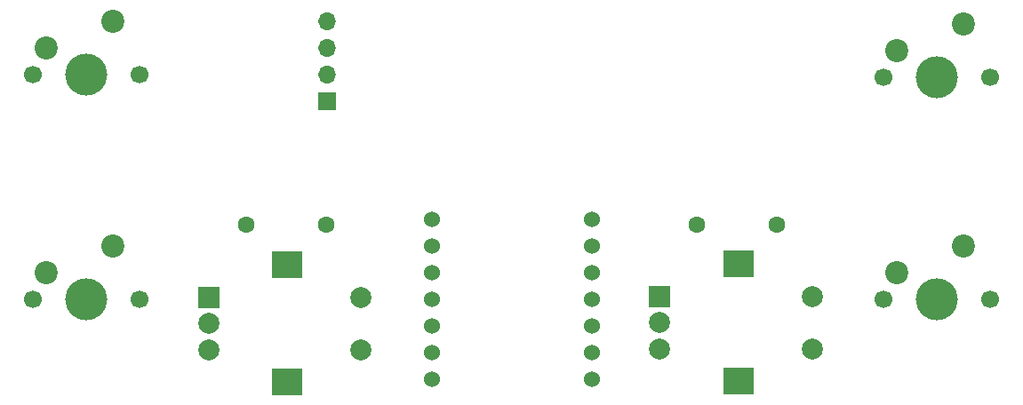
<source format=gbr>
%TF.GenerationSoftware,KiCad,Pcbnew,9.0.6*%
%TF.CreationDate,2025-12-07T01:16:21-05:00*%
%TF.ProjectId,Kigan's Lifeboard,4b696761-6e27-4732-904c-696665626f61,rev?*%
%TF.SameCoordinates,Original*%
%TF.FileFunction,Soldermask,Bot*%
%TF.FilePolarity,Negative*%
%FSLAX46Y46*%
G04 Gerber Fmt 4.6, Leading zero omitted, Abs format (unit mm)*
G04 Created by KiCad (PCBNEW 9.0.6) date 2025-12-07 01:16:21*
%MOMM*%
%LPD*%
G01*
G04 APERTURE LIST*
%ADD10C,1.700000*%
%ADD11C,4.000000*%
%ADD12C,2.200000*%
%ADD13R,2.000000X2.000000*%
%ADD14C,2.000000*%
%ADD15R,3.000000X2.500000*%
%ADD16R,1.700000X1.700000*%
%ADD17O,1.700000X1.700000*%
%ADD18C,1.600000*%
%ADD19C,1.524000*%
G04 APERTURE END LIST*
D10*
%TO.C,SW3*%
X103379250Y-87504250D03*
D11*
X108459250Y-87504250D03*
D10*
X113539250Y-87504250D03*
D12*
X110999250Y-82424250D03*
X104649250Y-84964250D03*
%TD*%
D13*
%TO.C,SW7*%
X120080000Y-108740000D03*
D14*
X120080000Y-113740000D03*
X120080000Y-111240000D03*
D15*
X127580000Y-105640000D03*
X127580000Y-116840000D03*
D14*
X134580000Y-108740000D03*
X134580000Y-113740000D03*
%TD*%
D16*
%TO.C,J1*%
X131406750Y-90018000D03*
D17*
X131406750Y-87478000D03*
X131406750Y-84938000D03*
X131406750Y-82398000D03*
%TD*%
D10*
%TO.C,SW2*%
X184341750Y-108935500D03*
D11*
X189421750Y-108935500D03*
D10*
X194501750Y-108935500D03*
D12*
X191961750Y-103855500D03*
X185611750Y-106395500D03*
%TD*%
D18*
%TO.C,R2*%
X123699250Y-101791750D03*
X131319250Y-101791750D03*
%TD*%
D10*
%TO.C,SW1*%
X103379250Y-108935500D03*
D11*
X108459250Y-108935500D03*
D10*
X113539250Y-108935500D03*
D12*
X110999250Y-103855500D03*
X104649250Y-106395500D03*
%TD*%
D13*
%TO.C,SW5*%
X163060000Y-108640000D03*
D14*
X163060000Y-113640000D03*
X163060000Y-111140000D03*
D15*
X170560000Y-105540000D03*
X170560000Y-116740000D03*
D14*
X177560000Y-108640000D03*
X177560000Y-113640000D03*
%TD*%
D18*
%TO.C,R1*%
X166561750Y-101791750D03*
X174181750Y-101791750D03*
%TD*%
D10*
%TO.C,SW4*%
X184341750Y-87788000D03*
D11*
X189421750Y-87788000D03*
D10*
X194501750Y-87788000D03*
D12*
X191961750Y-82708000D03*
X185611750Y-85248000D03*
%TD*%
D19*
%TO.C,U1*%
X156560500Y-116555500D03*
X156560500Y-114015500D03*
X156560500Y-111475500D03*
X156560500Y-108935500D03*
X156560500Y-106395500D03*
X156560500Y-103855500D03*
X156560500Y-101315500D03*
X141320500Y-101315500D03*
X141320500Y-103855500D03*
X141320500Y-106395500D03*
X141320500Y-108935500D03*
X141320500Y-111475500D03*
X141320500Y-114015500D03*
X141320500Y-116555500D03*
%TD*%
M02*

</source>
